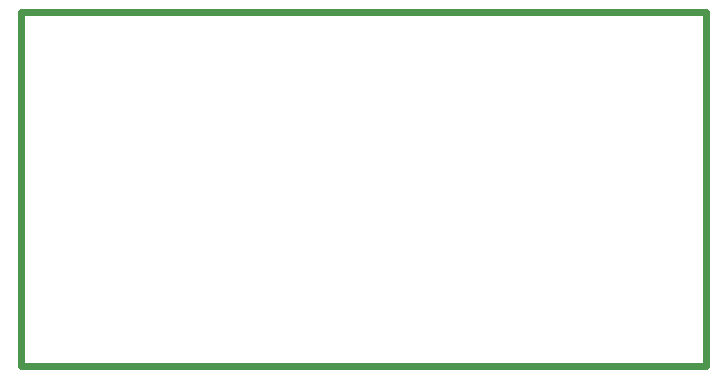
<source format=gko>
G04*
G04 #@! TF.GenerationSoftware,Altium Limited,Altium Designer,22.4.2 (48)*
G04*
G04 Layer_Color=16711935*
%FSLAX25Y25*%
%MOIN*%
G70*
G04*
G04 #@! TF.SameCoordinates,3C072E9B-22AA-40BF-B50C-96CCD76C562D*
G04*
G04*
G04 #@! TF.FilePolarity,Positive*
G04*
G01*
G75*
%ADD33C,0.02362*%
D33*
X0Y0D02*
X228346D01*
Y118110D01*
X0D02*
X228346D01*
X0Y0D02*
Y118110D01*
M02*

</source>
